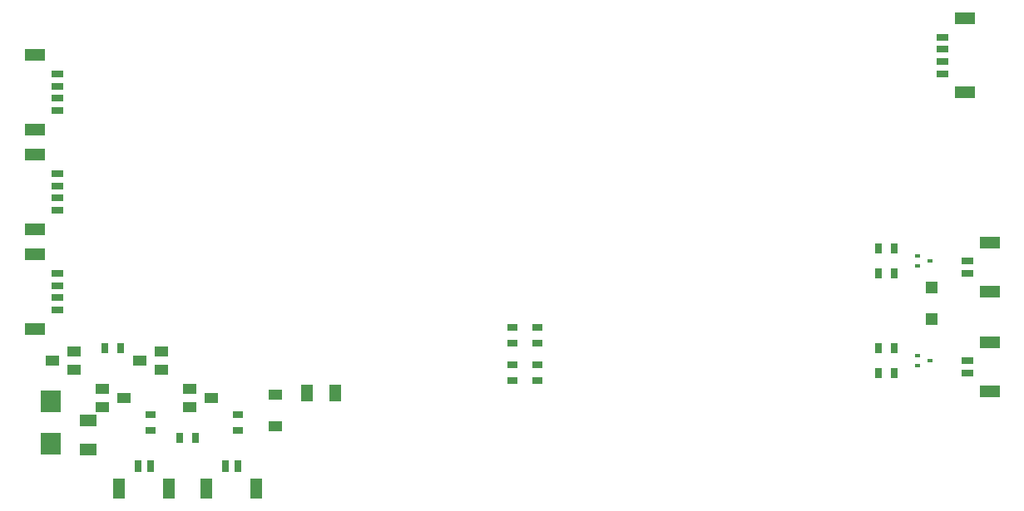
<source format=gbr>
G04 EAGLE Gerber RS-274X export*
G75*
%MOMM*%
%FSLAX34Y34*%
%LPD*%
%INSolderpaste Top*%
%IPPOS*%
%AMOC8*
5,1,8,0,0,1.08239X$1,22.5*%
G01*
G04 Define Apertures*
%ADD10R,0.800000X1.200000*%
%ADD11R,1.300000X2.150000*%
%ADD12R,2.123900X2.284100*%
%ADD13R,1.361200X1.114600*%
%ADD14R,1.400000X1.000000*%
%ADD15R,0.798700X0.973900*%
%ADD16R,1.164600X1.815300*%
%ADD17R,1.815300X1.164600*%
%ADD18R,0.973900X0.798700*%
%ADD19R,1.200000X0.800000*%
%ADD20R,2.150000X1.300000*%
%ADD21R,0.510000X0.400000*%
%ADD22R,1.170000X1.180000*%
D10*
X215900Y45130D03*
X228400Y45130D03*
D11*
X196900Y22180D03*
X247400Y22180D03*
D10*
X127000Y45130D03*
X139500Y45130D03*
D11*
X108000Y22180D03*
X158500Y22180D03*
D12*
X38100Y110541D03*
X38100Y67259D03*
D13*
X266700Y117604D03*
X266700Y85596D03*
D14*
X39800Y152400D03*
X61800Y161900D03*
X61800Y142900D03*
X128700Y152400D03*
X150700Y161900D03*
X150700Y142900D03*
X112600Y114300D03*
X90600Y104800D03*
X90600Y123800D03*
X201500Y114300D03*
X179500Y104800D03*
X179500Y123800D03*
D15*
X185952Y73660D03*
X169648Y73660D03*
X109752Y165100D03*
X93448Y165100D03*
D16*
X328141Y119380D03*
X298633Y119380D03*
D17*
X76200Y90954D03*
X76200Y61446D03*
D18*
X139700Y80748D03*
X139700Y97052D03*
X228600Y80748D03*
X228600Y97052D03*
X508000Y147852D03*
X508000Y131548D03*
X533400Y147852D03*
X533400Y131548D03*
D19*
X45130Y241300D03*
X45130Y228800D03*
X45130Y216300D03*
X45130Y203800D03*
D20*
X22180Y260300D03*
X22180Y184800D03*
D19*
X45130Y342900D03*
X45130Y330400D03*
X45130Y317900D03*
X45130Y305400D03*
D20*
X22180Y361900D03*
X22180Y286400D03*
D18*
X508000Y185952D03*
X508000Y169648D03*
X533400Y185952D03*
X533400Y169648D03*
D19*
X45130Y444500D03*
X45130Y432000D03*
X45130Y419500D03*
X45130Y407000D03*
D20*
X22180Y463500D03*
X22180Y388000D03*
D19*
X970870Y241300D03*
X970870Y253800D03*
D20*
X993820Y222300D03*
X993820Y272800D03*
D19*
X970870Y139700D03*
X970870Y152200D03*
D20*
X993820Y120700D03*
X993820Y171200D03*
D15*
X880848Y266700D03*
X897152Y266700D03*
D21*
X920650Y157400D03*
X920650Y147400D03*
X933550Y152400D03*
X920650Y259000D03*
X920650Y249000D03*
X933550Y254000D03*
D15*
X880848Y241300D03*
X897152Y241300D03*
X880848Y139700D03*
X897152Y139700D03*
X880848Y165100D03*
X897152Y165100D03*
D22*
X934720Y194920D03*
X934720Y226720D03*
D19*
X945470Y444500D03*
X945470Y457000D03*
X945470Y469500D03*
X945470Y482000D03*
D20*
X968420Y425500D03*
X968420Y501000D03*
M02*

</source>
